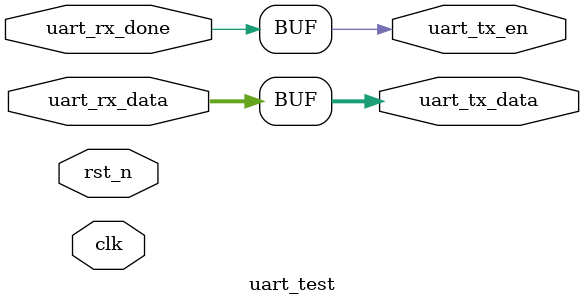
<source format=v>
module uart_test(
input               clk,
input               rst_n,
//uart_rx
input               uart_rx_done,
input      [7:0]    uart_rx_data,
//uart_tx
output              uart_tx_en,
output     [7:0]    uart_tx_data
);

//reg define

//wire define


//********************main code********************

assign  uart_tx_en = uart_rx_done;
assign  uart_tx_data = uart_rx_data;

endmodule

</source>
